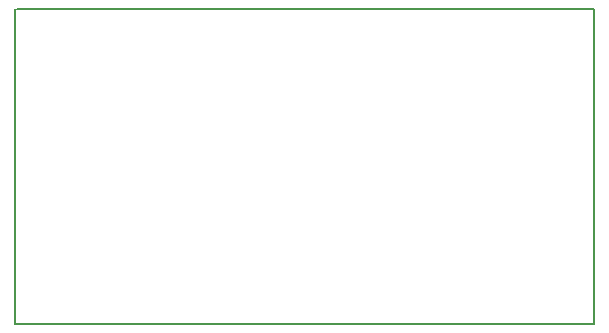
<source format=gbr>
G04 #@! TF.FileFunction,Profile,NP*
%FSLAX46Y46*%
G04 Gerber Fmt 4.6, Leading zero omitted, Abs format (unit mm)*
G04 Created by KiCad (PCBNEW 4.0.2+dfsg1-stable) date lun 19 jun 2017 14:04:39 CEST*
%MOMM*%
G01*
G04 APERTURE LIST*
%ADD10C,0.100000*%
%ADD11C,0.150000*%
G04 APERTURE END LIST*
D10*
D11*
X100800000Y-115600000D02*
X100800000Y-88900000D01*
X149800000Y-115600000D02*
X100800000Y-115600000D01*
X149800000Y-88900000D02*
X149800000Y-115600000D01*
X100900000Y-88900000D02*
X149800000Y-88900000D01*
M02*

</source>
